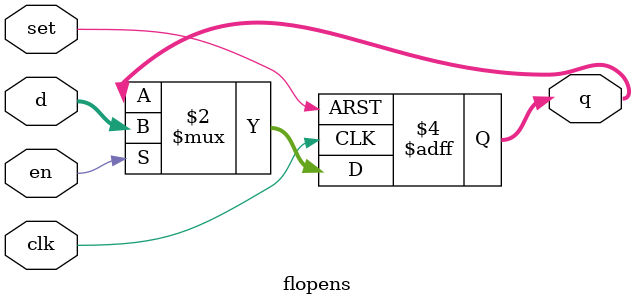
<source format=v>

`timescale 1ns/1ns
module flopens #(parameter WIDTH = 8)
   (input                  clk, set,
    input 		   en,
    input [WIDTH-1:0] 	   d, 
    output reg [WIDTH-1:0] q);
   
   always @(posedge clk, posedge set)
     if      (set) q <= 1;
     else if (en)  q <= d;

endmodule // flopens

</source>
